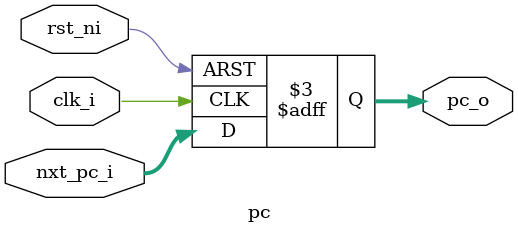
<source format=sv>
/* verilator lint_off MULTITOP */

module pc (
    input logic clk_i,
    input logic rst_ni,
    input logic [31:0] nxt_pc_i,

    output logic [31:0] pc_o
);

always_ff @( posedge clk_i, negedge rst_ni ) begin : proc_pc
    if (!rst_ni) pc_o <= 0;
    else begin
        pc_o <= nxt_pc_i;
    end
end

endmodule: pc

</source>
